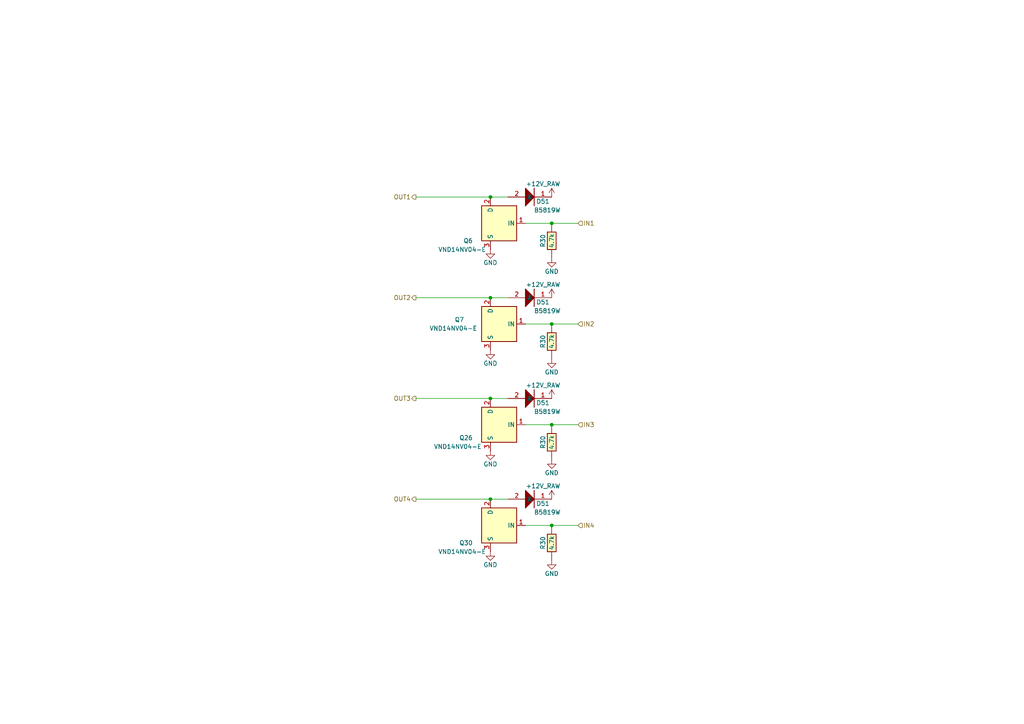
<source format=kicad_sch>
(kicad_sch (version 20230121) (generator eeschema)
  (paper "A4")
  (lib_symbols
    (symbol "Power_Management:AUIPS2041L"
      (property "Reference" "U" (at 3.81 1.27 0))
      (property "Value" "AUIPS2041L" (at 3.81 -1.27 0))
      (symbol "AUIPS2041L_0_1"
        (rectangle (start -7.62 5.08) (end 2.54 -5.08) (stroke (width 0.254)) (fill (type background)))
      )
      (symbol "AUIPS2041L_1_1"
        (pin input line (at -10.16 0 0) (length 2.54) (name "IN") (number "1"))
        (pin passive line (at 0 7.62 270) (length 2.54) (name "D") (number "2"))
        (pin power_in line (at 0 -7.62 90) (length 2.54) (name "S") (number "3"))
      )
    )
    (symbol "hellen-one-common:+12V_RAW" (power) (pin_names (offset 0))
      (property "Value" "+12V_RAW" (at 0 3.556 0))
      (symbol "+12V_RAW_0_1"
        (polyline (pts (xy -0.762 1.27) (xy 0 2.54)))
        (polyline (pts (xy 0 0) (xy 0 2.54)))
        (polyline (pts (xy 0 2.54) (xy 0.762 1.27)))
      )
      (symbol "+12V_RAW_1_1"
        (pin power_in line (at 0 0 90) (length 0) hide (name "+12V_RAW") (number "1"))
      )
    )
    (symbol "hellen-one-common:1N4148WS"
      (property "Reference" "D" (at 0 2.54 0))
      (property "Value" "1N4148WS" (at 0 -3.81 0))
      (symbol "1N4148WS_1_0"
        (polyline (pts (xy 2.54 2.54) (xy 2.54 -2.54)) (stroke (width 0.254)))
        (polyline (pts (xy 0 -2.54) (xy 2.54 0) (xy 0 2.54) (xy 0 -2.54)) (stroke (width 0.254)) (fill (type outline)))
        (pin passive line (at 7.62 0 180) (length 5.08) (name "K") (number "1"))
        (pin passive line (at -5.08 0 0) (length 5.08) (name "A") (number "2"))
      )
    )
    (symbol "hellen-one-common:Res" (pin_numbers hide)
      (property "Reference" "R" (at 3.81 2.54 0))
      (property "Value" "Res" (at 5.08 -2.54 0))
      (symbol "Res_1_0"
        (rectangle (start 2.54 -1.27) (end 7.62 1.27) (stroke (width 0.254)) (fill (type background)))
        (pin passive line (at 0 0 0) (length 2.54) (name "") (number "1"))
        (pin passive line (at 10.16 0 180) (length 2.54) (name "") (number "2"))
      )
    )
    (symbol "power:GND" (power) (pin_names (offset 0))
      (property "Value" "GND" (at 0 -3.81 0))
      (symbol "GND_0_1"
        (polyline (pts (xy 0 0) (xy 0 -1.27) (xy 1.27 -1.27) (xy 0 -2.54) (xy -1.27 -1.27) (xy 0 -1.27)))
      )
      (symbol "GND_1_1"
        (pin power_in line (at 0 0 270) (length 0) hide (name "GND") (number "1"))
      )
    )
  )
  (junction (at 160.02 123.19))
  (junction (at 142.24 86.36))
  (junction (at 142.24 115.57))
  (junction (at 160.02 152.4))
  (junction (at 160.02 64.77))
  (junction (at 160.02 93.98))
  (junction (at 142.24 57.15))
  (junction (at 142.24 144.78))
  (wire (pts (xy 142.24 57.15) (xy 147.32 57.15)))
  (wire (pts (xy 167.64 93.98) (xy 160.02 93.98)))
  (wire (pts (xy 160.02 93.98) (xy 152.4 93.98)))
  (wire (pts (xy 142.24 86.36) (xy 147.32 86.36)))
  (wire (pts (xy 167.64 123.19) (xy 160.02 123.19)))
  (wire (pts (xy 142.24 115.57) (xy 147.32 115.57)))
  (wire (pts (xy 167.64 64.77) (xy 160.02 64.77)))
  (wire (pts (xy 160.02 152.4) (xy 152.4 152.4)))
  (wire (pts (xy 160.02 123.19) (xy 152.4 123.19)))
  (wire (pts (xy 167.64 152.4) (xy 160.02 152.4)))
  (wire (pts (xy 120.65 57.15) (xy 142.24 57.15)))
  (wire (pts (xy 120.65 86.36) (xy 142.24 86.36)))
  (wire (pts (xy 160.02 64.77) (xy 152.4 64.77)))
  (wire (pts (xy 120.65 144.78) (xy 142.24 144.78)))
  (wire (pts (xy 120.65 115.57) (xy 142.24 115.57)))
  (wire (pts (xy 142.24 144.78) (xy 147.32 144.78)))
  (hierarchical_label "IN4" (shape input) (at 167.64 152.4 0))
  (hierarchical_label "IN3" (shape input) (at 167.64 123.19 0))
  (hierarchical_label "OUT1" (shape output) (at 120.65 57.15 180))
  (hierarchical_label "IN2" (shape input) (at 167.64 93.98 0))
  (hierarchical_label "IN1" (shape input) (at 167.64 64.77 0))
  (hierarchical_label "OUT4" (shape output) (at 120.65 144.78 180))
  (hierarchical_label "OUT3" (shape output) (at 120.65 115.57 180))
  (hierarchical_label "OUT2" (shape output) (at 120.65 86.36 180))
  (symbol (lib_id "power:GND") (at 142.24 130.81 0) (mirror y) (unit 1)
    (property "Reference" "#PWR0139" (effects hide))
    (property "Value" "GND" (at 142.24 134.62 0))
    (instances (project "alphax_4ch" (path "" (reference "#PWR0139") (unit 1)) (path "" (reference "#PWR035") (unit 1)) (path "" (reference "#PWR0158") (unit 1)) (path "" (reference "#PWR0181") (unit 1))))
  )
  (symbol (lib_id "hellen-one-common:Res") (at 160.02 123.19 270) (unit 1)
    (property "Reference" "R30" (at 157.48 128.27 0))
    (property "Value" "4.7k" (at 160.02 128.27 0))
    (property "Footprint" "hellen-one-common:R0603" (effects hide))
    (property "LCSC" "C23162" (effects hide))
    (instances (project "alphax_4ch" (path "" (reference "R30") (unit 1)) (path "" (reference "R100") (unit 1)) (path "" (reference "R1104") (unit 1)) (path "" (reference "R1108") (unit 1))))
  )
  (symbol (lib_id "hellen-one-common:1N4148WS") (at 152.4 57.15 0) (unit 1)
    (property "Reference" "D51" (at 157.48 58.42 0))
    (property "Value" "B5819W" (at 158.75 60.96 0))
    (property "Footprint" "hellen-one-common:SOD-123" (effects hide))
    (property "LCSC" "C8598" (effects hide))
    (instances (project "alphax_4ch" (path "" (reference "D51") (unit 1)) (path "" (reference "D64") (unit 1)) (path "" (reference "D68") (unit 1))))
  )
  (symbol (lib_id "hellen-one-common:1N4148WS") (at 152.4 115.57 0) (unit 1)
    (property "Reference" "D51" (at 157.48 116.84 0))
    (property "Value" "B5819W" (at 158.75 119.38 0))
    (property "Footprint" "hellen-one-common:SOD-123" (effects hide))
    (property "LCSC" "C8598" (effects hide))
    (instances (project "alphax_4ch" (path "" (reference "D51") (unit 1)) (path "" (reference "D66") (unit 1)) (path "" (reference "D70") (unit 1))))
  )
  (symbol (lib_id "hellen-one-common:+12V_RAW") (at 160.02 115.57 0) (mirror y) (unit 1)
    (property "Reference" "#PWR0144" (effects hide))
    (property "Value" "+12V_RAW" (at 162.56 111.76 0) (effects (justify left)))
    (instances (project "alphax_4ch" (path "" (reference "#PWR0144") (unit 1)) (path "" (reference "#PWR097") (unit 1)) (path "" (reference "#PWR0140") (unit 1))))
  )
  (symbol (lib_id "hellen-one-common:Res") (at 160.02 93.98 270) (unit 1)
    (property "Reference" "R30" (at 157.48 99.06 0))
    (property "Value" "4.7k" (at 160.02 99.06 0))
    (property "Footprint" "hellen-one-common:R0603" (effects hide))
    (property "LCSC" "C23162" (effects hide))
    (instances (project "alphax_4ch" (path "" (reference "R30") (unit 1)) (path "" (reference "R99") (unit 1)) (path "" (reference "R1103") (unit 1)) (path "" (reference "R1107") (unit 1))))
  )
  (symbol (lib_id "hellen-one-common:+12V_RAW") (at 160.02 86.36 0) (mirror y) (unit 1)
    (property "Reference" "#PWR0144" (effects hide))
    (property "Value" "+12V_RAW" (at 162.56 82.55 0) (effects (justify left)))
    (instances (project "alphax_4ch" (path "" (reference "#PWR0144") (unit 1)) (path "" (reference "#PWR089") (unit 1)) (path "" (reference "#PWR0124") (unit 1))))
  )
  (symbol (lib_id "Power_Management:AUIPS2041L") (at 142.24 93.98 0) (mirror y) (unit 1)
    (property "Reference" "Q7" (at 134.62 92.71 0) (effects (justify left)))
    (property "Value" "VND14NV04-E" (at 138.43 95.25 0) (effects (justify left)))
    (property "Footprint" "hellen-one-common:DPAK" (effects hide))
    (property "Datasheet" "https://www.infineon.com/dgdl/Infineon-AUIPS2041-DS-v01_00-EN.pdf?fileId=5546d4625a888733015aae147a9d4c57" (effects hide))
    (property "LCSC" " C155647" (effects hide))
    (instances (project "alphax_4ch" (path "" (reference "Q7") (unit 1)) (path "" (reference "Q7") (unit 1)) (path "" (reference "Q42") (unit 1)) (path "" (reference "Q46") (unit 1))))
  )
  (symbol (lib_id "power:GND") (at 142.24 160.02 0) (mirror y) (unit 1)
    (property "Reference" "#PWR0143" (effects hide))
    (property "Value" "GND" (at 142.24 163.83 0))
    (instances (project "alphax_4ch" (path "" (reference "#PWR0143") (unit 1)) (path "" (reference "#PWR036") (unit 1)) (path "" (reference "#PWR0159") (unit 1)) (path "" (reference "#PWR0182") (unit 1))))
  )
  (symbol (lib_id "power:GND") (at 142.24 101.6 0) (mirror y) (unit 1)
    (property "Reference" "#PWR036" (effects hide))
    (property "Value" "GND" (at 142.24 105.41 0))
    (instances (project "alphax_4ch" (path "" (reference "#PWR036") (unit 1)) (path "" (reference "#PWR030") (unit 1)) (path "" (reference "#PWR0154") (unit 1)) (path "" (reference "#PWR0177") (unit 1))))
  )
  (symbol (lib_id "power:GND") (at 142.24 72.39 0) (mirror y) (unit 1)
    (property "Reference" "#PWR035" (effects hide))
    (property "Value" "GND" (at 142.24 76.2 0))
    (instances (project "alphax_4ch" (path "" (reference "#PWR035") (unit 1)) (path "" (reference "#PWR022") (unit 1)) (path "" (reference "#PWR0153") (unit 1)) (path "" (reference "#PWR0176") (unit 1))))
  )
  (symbol (lib_id "power:GND") (at 160.02 104.14 0) (mirror y) (unit 1)
    (property "Reference" "#PWR035" (effects hide))
    (property "Value" "GND" (at 160.02 107.95 0))
    (instances (project "alphax_4ch" (path "" (reference "#PWR035") (unit 1)) (path "" (reference "#PWR067") (unit 1)) (path "" (reference "#PWR0155") (unit 1)) (path "" (reference "#PWR0178") (unit 1))))
  )
  (symbol (lib_id "Power_Management:AUIPS2041L") (at 142.24 152.4 0) (mirror y) (unit 1)
    (property "Reference" "Q30" (at 137.16 157.48 0) (effects (justify left)))
    (property "Value" "VND14NV04-E" (at 140.97 160.02 0) (effects (justify left)))
    (property "Footprint" "hellen-one-common:DPAK" (effects hide))
    (property "Datasheet" "https://www.infineon.com/dgdl/Infineon-AUIPS2041-DS-v01_00-EN.pdf?fileId=5546d4625a888733015aae147a9d4c57" (effects hide))
    (property "LCSC" "C155647" (effects hide))
    (instances (project "alphax_4ch" (path "" (reference "Q30") (unit 1)) (path "" (reference "Q30") (unit 1)) (path "" (reference "Q44") (unit 1)) (path "" (reference "Q48") (unit 1))))
  )
  (symbol (lib_id "hellen-one-common:+12V_RAW") (at 160.02 144.78 0) (mirror y) (unit 1)
    (property "Reference" "#PWR0144" (effects hide))
    (property "Value" "+12V_RAW" (at 162.56 140.97 0) (effects (justify left)))
    (instances (project "alphax_4ch" (path "" (reference "#PWR0144") (unit 1)) (path "" (reference "#PWR0102") (unit 1)) (path "" (reference "#PWR0185") (unit 1))))
  )
  (symbol (lib_id "hellen-one-common:+12V_RAW") (at 160.02 57.15 0) (mirror y) (unit 1)
    (property "Reference" "#PWR0144" (effects hide))
    (property "Value" "+12V_RAW" (at 162.56 53.34 0) (effects (justify left)))
    (instances (project "alphax_4ch" (path "" (reference "#PWR0144") (unit 1)) (path "" (reference "#PWR069") (unit 1)) (path "" (reference "#PWR0122") (unit 1))))
  )
  (symbol (lib_id "power:GND") (at 160.02 162.56 0) (mirror y) (unit 1)
    (property "Reference" "#PWR035" (effects hide))
    (property "Value" "GND" (at 160.02 166.37 0))
    (instances (project "alphax_4ch" (path "" (reference "#PWR035") (unit 1)) (path "" (reference "#PWR071") (unit 1)) (path "" (reference "#PWR0157") (unit 1)) (path "" (reference "#PWR0180") (unit 1))))
  )
  (symbol (lib_id "hellen-one-common:Res") (at 160.02 152.4 270) (unit 1)
    (property "Reference" "R30" (at 157.48 157.48 0))
    (property "Value" "4.7k" (at 160.02 157.48 0))
    (property "Footprint" "hellen-one-common:R0603" (effects hide))
    (property "LCSC" "C23162" (effects hide))
    (instances (project "alphax_4ch" (path "" (reference "R30") (unit 1)) (path "" (reference "R101") (unit 1)) (path "" (reference "R1105") (unit 1)) (path "" (reference "R1109") (unit 1))))
  )
  (symbol (lib_id "hellen-one-common:1N4148WS") (at 152.4 86.36 0) (unit 1)
    (property "Reference" "D51" (at 157.48 87.63 0))
    (property "Value" "B5819W" (at 158.75 90.17 0))
    (property "Footprint" "hellen-one-common:SOD-123" (effects hide))
    (property "LCSC" "C8598" (effects hide))
    (instances (project "alphax_4ch" (path "" (reference "D51") (unit 1)) (path "" (reference "D65") (unit 1)) (path "" (reference "D69") (unit 1))))
  )
  (symbol (lib_id "hellen-one-common:1N4148WS") (at 152.4 144.78 0) (unit 1)
    (property "Reference" "D51" (at 157.48 146.05 0))
    (property "Value" "B5819W" (at 158.75 148.59 0))
    (property "Footprint" "hellen-one-common:SOD-123" (effects hide))
    (property "LCSC" "C8598" (effects hide))
    (instances (project "alphax_4ch" (path "" (reference "D51") (unit 1)) (path "" (reference "D67") (unit 1)) (path "" (reference "D71") (unit 1))))
  )
  (symbol (lib_id "power:GND") (at 160.02 74.93 0) (mirror y) (unit 1)
    (property "Reference" "#PWR035" (effects hide))
    (property "Value" "GND" (at 160.02 78.74 0))
    (instances (project "alphax_4ch" (path "" (reference "#PWR035") (unit 1)) (path "" (reference "#PWR052") (unit 1)) (path "" (reference "#PWR0152") (unit 1)) (path "" (reference "#PWR0175") (unit 1))))
  )
  (symbol (lib_id "Power_Management:AUIPS2041L") (at 142.24 123.19 0) (mirror y) (unit 1)
    (property "Reference" "Q26" (at 137.16 127 0) (effects (justify left)))
    (property "Value" "VND14NV04-E" (at 139.7 129.54 0) (effects (justify left)))
    (property "Footprint" "hellen-one-common:DPAK" (effects hide))
    (property "Datasheet" "https://www.infineon.com/dgdl/Infineon-AUIPS2041-DS-v01_00-EN.pdf?fileId=5546d4625a888733015aae147a9d4c57" (effects hide))
    (property "LCSC" "C155647" (effects hide))
    (instances (project "alphax_4ch" (path "" (reference "Q26") (unit 1)) (path "" (reference "Q26") (unit 1)) (path "" (reference "Q43") (unit 1)) (path "" (reference "Q47") (unit 1))))
  )
  (symbol (lib_id "power:GND") (at 160.02 133.35 0) (mirror y) (unit 1)
    (property "Reference" "#PWR035" (effects hide))
    (property "Value" "GND" (at 160.02 137.16 0))
    (instances (project "alphax_4ch" (path "" (reference "#PWR035") (unit 1)) (path "" (reference "#PWR068") (unit 1)) (path "" (reference "#PWR0156") (unit 1)) (path "" (reference "#PWR0179") (unit 1))))
  )
  (symbol (lib_id "hellen-one-common:Res") (at 160.02 64.77 270) (unit 1)
    (property "Reference" "R30" (at 157.48 69.85 0))
    (property "Value" "4.7k" (at 160.02 69.85 0))
    (property "Footprint" "hellen-one-common:R0603" (effects hide))
    (property "LCSC" "C23162" (effects hide))
    (instances (project "alphax_4ch" (path "" (reference "R30") (unit 1)) (path "" (reference "R98") (unit 1)) (path "" (reference "R1102") (unit 1)) (path "" (reference "R1106") (unit 1))))
  )
  (symbol (lib_id "Power_Management:AUIPS2041L") (at 142.24 64.77 0) (mirror y) (unit 1)
    (property "Reference" "Q6" (at 137.16 69.85 0) (effects (justify left)))
    (property "Value" "VND14NV04-E" (at 140.97 72.39 0) (effects (justify left)))
    (property "Footprint" "hellen-one-common:DPAK" (effects hide))
    (property "Datasheet" "https://www.infineon.com/dgdl/Infineon-AUIPS2041-DS-v01_00-EN.pdf?fileId=5546d4625a888733015aae147a9d4c57" (effects hide))
    (property "LCSC" "C155647" (effects hide))
    (instances (project "alphax_4ch" (path "" (reference "Q6") (unit 1)) (path "" (reference "Q6") (unit 1)) (path "" (reference "Q41") (unit 1)) (path "" (reference "Q45") (unit 1))))
  )
)
</source>
